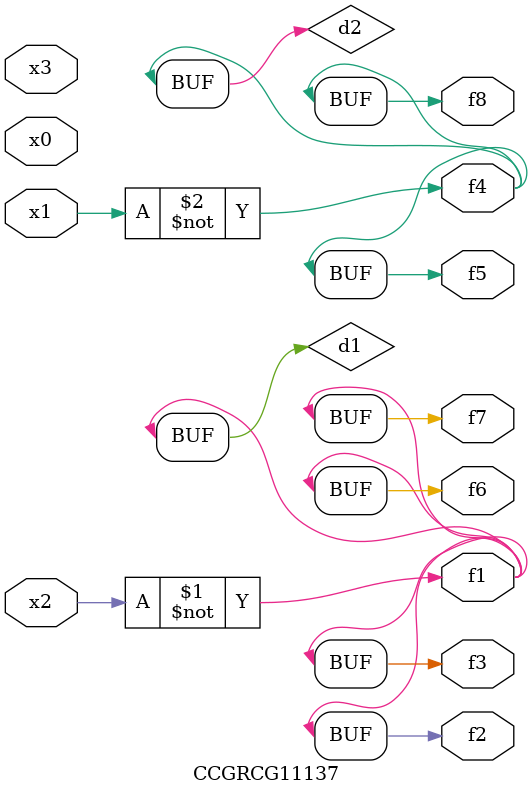
<source format=v>
module CCGRCG11137(
	input x0, x1, x2, x3,
	output f1, f2, f3, f4, f5, f6, f7, f8
);

	wire d1, d2;

	xnor (d1, x2);
	not (d2, x1);
	assign f1 = d1;
	assign f2 = d1;
	assign f3 = d1;
	assign f4 = d2;
	assign f5 = d2;
	assign f6 = d1;
	assign f7 = d1;
	assign f8 = d2;
endmodule

</source>
